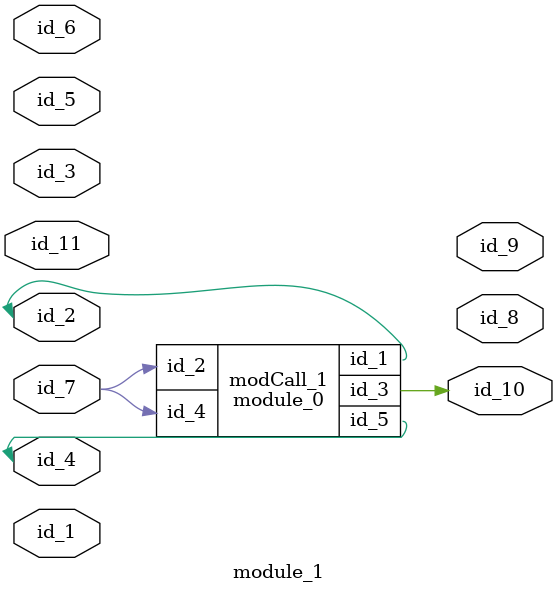
<source format=v>
module module_0 (
    id_1,
    id_2,
    id_3,
    id_4,
    id_5
);
  inout wire id_5;
  input wire id_4;
  output wire id_3;
  input wire id_2;
  inout wire id_1;
  wire id_6;
  assign id_5 = id_1;
endmodule
module module_1 (
    id_1,
    id_2,
    id_3,
    id_4,
    id_5,
    id_6,
    id_7,
    id_8,
    id_9,
    id_10,
    id_11
);
  input wire id_11;
  output wire id_10;
  output wire id_9;
  output wire id_8;
  input wire id_7;
  input wire id_6;
  input wire id_5;
  inout wire id_4;
  input wire id_3;
  inout wire id_2;
  input wire id_1;
  module_0 modCall_1 (
      id_2,
      id_7,
      id_10,
      id_7,
      id_4
  );
endmodule

</source>
